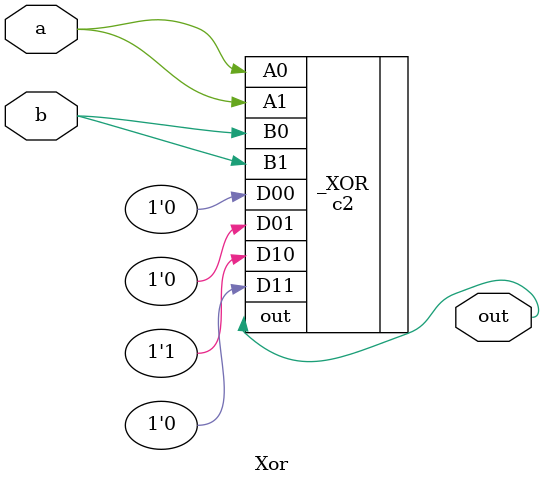
<source format=v>
module Xor
(
    input a, 
    input b, 
    output out
);
    c2 _XOR
    (
        .D00(1'b0), 
        .D01(1'b0), 
        .D10(1'b1), 
        .D11(1'b0), 
        .A1(a), 
        .B1(b), 
        .A0(a), 
        .B0(b), 
        .out(out)
    );
endmodule
</source>
